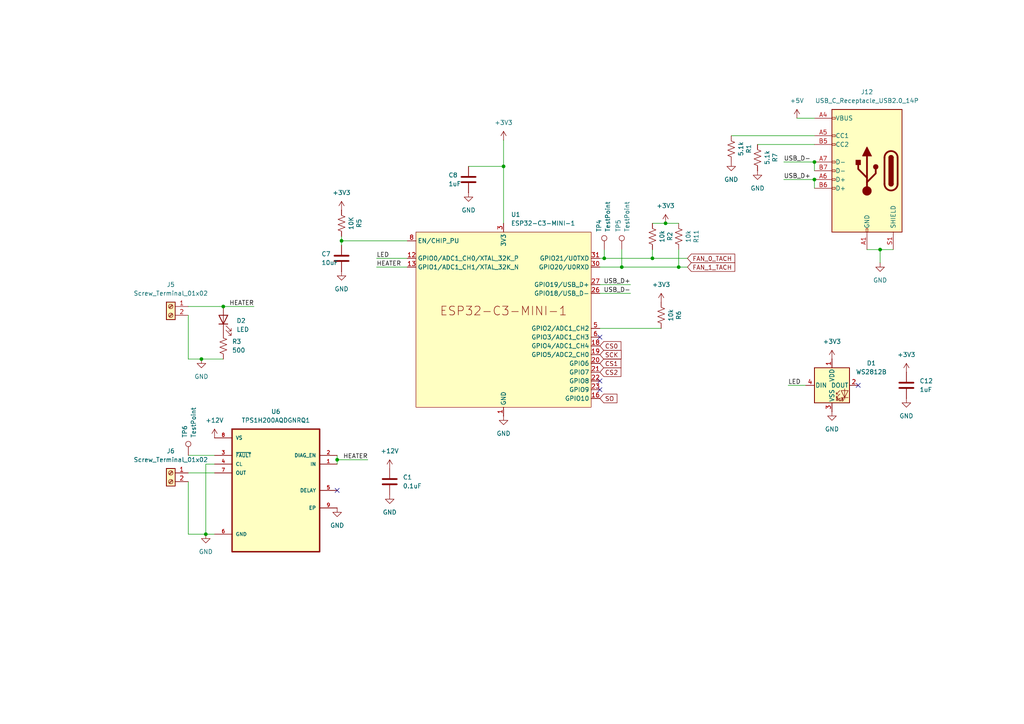
<source format=kicad_sch>
(kicad_sch (version 20250114) (generator "eeschema") (generator_version "9.0")
  (paper "A4")
  (lib_symbols
    (symbol "Connector:Screw_Terminal_01x02" (pin_names (offset 1.016) (hide yes))
      (property "Reference" "J" (at 0 2.54 0))
      (property "Value" "Screw_Terminal_01x02" (at 0 -5.08 0))
      (symbol "Screw_Terminal_01x02_1_1"
        (rectangle (start -1.27 1.27) (end 1.27 -3.81) (stroke (width 0.254)) (fill (type background)))
        (polyline (pts (xy -0.5334 0.3302) (xy 0.3302 -0.508)) (stroke (width 0.1524)))
        (polyline (pts (xy -0.5334 -2.2098) (xy 0.3302 -3.048)) (stroke (width 0.1524)))
        (polyline (pts (xy -0.3556 0.508) (xy 0.508 -0.3302)) (stroke (width 0.1524)))
        (polyline (pts (xy -0.3556 -2.032) (xy 0.508 -2.8702)) (stroke (width 0.1524)))
        (circle (center 0 0) (radius 0.635) (stroke (width 0.1524)))
        (circle (center 0 -2.54) (radius 0.635) (stroke (width 0.1524)))
        (pin passive line (at -5.08 0 0) (length 3.81) (name "Pin_1") (number "1"))
        (pin passive line (at -5.08 -2.54 0) (length 3.81) (name "Pin_2") (number "2"))
      )
    )
    (symbol "Connector:TestPoint" (pin_numbers (hide yes)) (pin_names (offset 0.762) (hide yes))
      (property "Reference" "TP" (at 0 6.858 0))
      (property "Value" "TestPoint" (at 0 5.08 0))
      (symbol "TestPoint_0_1"
        (circle (center 0 3.302) (radius 0.762))
      )
      (symbol "TestPoint_1_1"
        (pin passive line (at 0 0 90) (length 2.54) (name "1") (number "1"))
      )
    )
    (symbol "Connector:USB_C_Receptacle_USB2.0_14P" (pin_names (offset 1.016))
      (property "Reference" "J" (at 0 22.225 0))
      (property "Value" "USB_C_Receptacle_USB2.0_14P" (at 0 19.685 0))
      (symbol "USB_C_Receptacle_USB2.0_14P_0_0"
        (rectangle (start -0.254 -17.78) (end 0.254 -16.764))
        (rectangle (start 10.16 15.494) (end 9.144 14.986))
        (rectangle (start 10.16 10.414) (end 9.144 9.906))
        (rectangle (start 10.16 7.874) (end 9.144 7.366))
        (rectangle (start 10.16 2.794) (end 9.144 2.286))
        (rectangle (start 10.16 0.254) (end 9.144 -0.254))
        (rectangle (start 10.16 -2.286) (end 9.144 -2.794))
        (rectangle (start 10.16 -4.826) (end 9.144 -5.334))
      )
      (symbol "USB_C_Receptacle_USB2.0_14P_0_1"
        (rectangle (start -10.16 17.78) (end 10.16 -17.78) (stroke (width 0.254)) (fill (type background)))
        (polyline (pts (xy -8.89 -3.81) (xy -8.89 3.81)) (stroke (width 0.508)))
        (rectangle (start -7.62 -3.81) (end -6.35 3.81) (stroke (width 0.254)) (fill (type outline)))
        (arc (start -7.62 3.81) (mid -6.985 4.4423) (end -6.35 3.81) (stroke (width 0.254)))
        (arc (start -7.62 3.81) (mid -6.985 4.4423) (end -6.35 3.81) (stroke (width 0.254)) (fill (type outline)))
        (arc (start -8.89 3.81) (mid -6.985 5.7067) (end -5.08 3.81) (stroke (width 0.508)))
        (arc (start -5.08 -3.81) (mid -6.985 -5.7067) (end -8.89 -3.81) (stroke (width 0.508)))
        (arc (start -6.35 -3.81) (mid -6.985 -4.4423) (end -7.62 -3.81) (stroke (width 0.254)))
        (arc (start -6.35 -3.81) (mid -6.985 -4.4423) (end -7.62 -3.81) (stroke (width 0.254)) (fill (type outline)))
        (polyline (pts (xy -5.08 3.81) (xy -5.08 -3.81)) (stroke (width 0.508)))
        (circle (center -2.54 1.143) (radius 0.635) (stroke (width 0.254)) (fill (type outline)))
        (polyline (pts (xy -1.27 4.318) (xy 0 6.858) (xy 1.27 4.318) (xy -1.27 4.318)) (stroke (width 0.254)) (fill (type outline)))
        (polyline (pts (xy 0 -2.032) (xy 2.54 0.508) (xy 2.54 1.778)) (stroke (width 0.508)))
        (polyline (pts (xy 0 -3.302) (xy -2.54 -0.762) (xy -2.54 0.508)) (stroke (width 0.508)))
        (polyline (pts (xy 0 -5.842) (xy 0 4.318)) (stroke (width 0.508)))
        (circle (center 0 -5.842) (radius 1.27) (fill (type outline)))
        (rectangle (start 1.905 1.778) (end 3.175 3.048) (stroke (width 0.254)) (fill (type outline)))
      )
      (symbol "USB_C_Receptacle_USB2.0_14P_1_1"
        (pin passive line (at -7.62 -22.86 90) (length 5.08) (name "SHIELD") (number "S1"))
        (pin passive line (at 0 -22.86 90) (length 5.08) (name "GND") (number "A1"))
        (pin passive line (at 0 -22.86 90) (length 5.08) (hide yes) (name "GND") (number "A12"))
        (pin passive line (at 0 -22.86 90) (length 5.08) (hide yes) (name "GND") (number "B1"))
        (pin passive line (at 0 -22.86 90) (length 5.08) (hide yes) (name "GND") (number "B12"))
        (pin passive line (at 15.24 15.24 180) (length 5.08) (name "VBUS") (number "A4"))
        (pin passive line (at 15.24 15.24 180) (length 5.08) (hide yes) (name "VBUS") (number "A9"))
        (pin passive line (at 15.24 15.24 180) (length 5.08) (hide yes) (name "VBUS") (number "B4"))
        (pin passive line (at 15.24 15.24 180) (length 5.08) (hide yes) (name "VBUS") (number "B9"))
        (pin bidirectional line (at 15.24 10.16 180) (length 5.08) (name "CC1") (number "A5"))
        (pin bidirectional line (at 15.24 7.62 180) (length 5.08) (name "CC2") (number "B5"))
        (pin bidirectional line (at 15.24 2.54 180) (length 5.08) (name "D-") (number "A7"))
        (pin bidirectional line (at 15.24 0 180) (length 5.08) (name "D-") (number "B7"))
        (pin bidirectional line (at 15.24 -2.54 180) (length 5.08) (name "D+") (number "A6"))
        (pin bidirectional line (at 15.24 -5.08 180) (length 5.08) (name "D+") (number "B6"))
      )
    )
    (symbol "Device:C" (pin_numbers (hide yes)) (pin_names (offset 0.254))
      (property "Reference" "C" (at 0.635 2.54 0))
      (property "Value" "C" (at 0.635 -2.54 0))
      (symbol "C_0_1"
        (polyline (pts (xy -2.032 0.762) (xy 2.032 0.762)) (stroke (width 0.508)))
        (polyline (pts (xy -2.032 -0.762) (xy 2.032 -0.762)) (stroke (width 0.508)))
      )
      (symbol "C_1_1"
        (pin passive line (at 0 3.81 270) (length 2.794) (name "~") (number "1"))
        (pin passive line (at 0 -3.81 90) (length 2.794) (name "~") (number "2"))
      )
    )
    (symbol "Device:LED" (pin_numbers (hide yes)) (pin_names (offset 1.016) (hide yes))
      (property "Reference" "D" (at 0 2.54 0))
      (property "Value" "LED" (at 0 -2.54 0))
      (symbol "LED_0_1"
        (polyline (pts (xy -3.048 -0.762) (xy -4.572 -2.286) (xy -3.81 -2.286) (xy -4.572 -2.286) (xy -4.572 -1.524)))
        (polyline (pts (xy -1.778 -0.762) (xy -3.302 -2.286) (xy -2.54 -2.286) (xy -3.302 -2.286) (xy -3.302 -1.524)))
        (polyline (pts (xy -1.27 0) (xy 1.27 0)))
        (polyline (pts (xy -1.27 -1.27) (xy -1.27 1.27)) (stroke (width 0.254)))
        (polyline (pts (xy 1.27 -1.27) (xy 1.27 1.27) (xy -1.27 0) (xy 1.27 -1.27)) (stroke (width 0.254)))
      )
      (symbol "LED_1_1"
        (pin passive line (at -3.81 0 0) (length 2.54) (name "K") (number "1"))
        (pin passive line (at 3.81 0 180) (length 2.54) (name "A") (number "2"))
      )
    )
    (symbol "Device:R_US" (pin_numbers (hide yes)) (pin_names (offset 0))
      (property "Reference" "R" (at 2.54 0 90))
      (property "Value" "R_US" (at -2.54 0 90))
      (symbol "R_US_0_1"
        (polyline (pts (xy 0 2.286) (xy 0 2.54)))
        (polyline (pts (xy 0 2.286) (xy 1.016 1.905) (xy 0 1.524) (xy -1.016 1.143) (xy 0 0.762)))
        (polyline (pts (xy 0 0.762) (xy 1.016 0.381) (xy 0 0) (xy -1.016 -0.381) (xy 0 -0.762)))
        (polyline (pts (xy 0 -0.762) (xy 1.016 -1.143) (xy 0 -1.524) (xy -1.016 -1.905) (xy 0 -2.286)))
        (polyline (pts (xy 0 -2.286) (xy 0 -2.54)))
      )
      (symbol "R_US_1_1"
        (pin passive line (at 0 3.81 270) (length 1.27) (name "~") (number "1"))
        (pin passive line (at 0 -3.81 90) (length 1.27) (name "~") (number "2"))
      )
    )
    (symbol "LED:WS2812B" (pin_names (offset 0.254))
      (property "Reference" "D" (at 5.08 5.715 0))
      (property "Value" "WS2812B" (at 1.27 -5.715 0))
      (symbol "WS2812B_0_0"
        (text "RGB" (at 2.286 -4.191 0) (effects (font (size 0.762 0.762))))
      )
      (symbol "WS2812B_0_1"
        (polyline (pts (xy 1.27 -2.54) (xy 1.778 -2.54)))
        (polyline (pts (xy 1.27 -3.556) (xy 1.778 -3.556)))
        (polyline (pts (xy 2.286 -1.524) (xy 1.27 -2.54) (xy 1.27 -2.032)))
        (polyline (pts (xy 2.286 -2.54) (xy 1.27 -3.556) (xy 1.27 -3.048)))
        (polyline (pts (xy 3.683 -1.016) (xy 3.683 -3.556) (xy 3.683 -4.064)))
        (polyline (pts (xy 4.699 -1.524) (xy 2.667 -1.524) (xy 3.683 -3.556) (xy 4.699 -1.524)))
        (polyline (pts (xy 4.699 -3.556) (xy 2.667 -3.556)))
        (rectangle (start 5.08 5.08) (end -5.08 -5.08) (stroke (width 0.254)) (fill (type background)))
      )
      (symbol "WS2812B_1_1"
        (pin input line (at -7.62 0 0) (length 2.54) (name "DIN") (number "4"))
        (pin power_in line (at 0 7.62 270) (length 2.54) (name "VDD") (number "1"))
        (pin power_in line (at 0 -7.62 90) (length 2.54) (name "VSS") (number "3"))
        (pin output line (at 7.62 0 180) (length 2.54) (name "DOUT") (number "2"))
      )
    )
    (symbol "PCM_Espressif:ESP32-C3-MINI-1"
      (property "Reference" "U" (at -25.4 30.48 0))
      (property "Value" "ESP32-C3-MINI-1" (at -25.4 27.94 0))
      (symbol "ESP32-C3-MINI-1_0_0"
        (text "ESP32-C3-MINI-1" (at 0 2.54 0) (effects (font (size 2.54 2.54))))
      )
      (symbol "ESP32-C3-MINI-1_0_1"
        (rectangle (start -25.4 25.4) (end 25.4 -25.4) (fill (type background)))
      )
      (symbol "ESP32-C3-MINI-1_1_1"
        (pin input line (at -27.94 22.86 0) (length 2.54) (name "EN/CHIP_PU") (number "8"))
        (pin bidirectional line (at -27.94 17.78 0) (length 2.54) (name "GPIO0/ADC1_CH0/XTAL_32K_P") (number "12"))
        (pin bidirectional line (at -27.94 15.24 0) (length 2.54) (name "GPIO1/ADC1_CH1/XTAL_32K_N") (number "13"))
        (pin no_connect line (at -25.4 10.16 0) (length 2.54) (hide yes) (name "NC") (number "4"))
        (pin no_connect line (at -25.4 7.62 0) (length 2.54) (hide yes) (name "NC") (number "7"))
        (pin no_connect line (at -25.4 5.08 0) (length 2.54) (hide yes) (name "NC") (number "9"))
        (pin no_connect line (at -25.4 2.54 0) (length 2.54) (hide yes) (name "NC") (number "10"))
        (pin no_connect line (at -25.4 0 0) (length 2.54) (hide yes) (name "NC") (number "15"))
        (pin no_connect line (at -25.4 -2.54 0) (length 2.54) (hide yes) (name "NC") (number "17"))
        (pin no_connect line (at -25.4 -5.08 0) (length 2.54) (hide yes) (name "NC") (number "24"))
        (pin no_connect line (at -25.4 -7.62 0) (length 2.54) (hide yes) (name "NC") (number "25"))
        (pin no_connect line (at -25.4 -10.16 0) (length 2.54) (hide yes) (name "NC") (number "28"))
        (pin no_connect line (at -25.4 -12.7 0) (length 2.54) (hide yes) (name "NC") (number "29"))
        (pin no_connect line (at -25.4 -15.24 0) (length 2.54) (hide yes) (name "NC") (number "32"))
        (pin no_connect line (at -25.4 -17.78 0) (length 2.54) (hide yes) (name "NC") (number "33"))
        (pin no_connect line (at -25.4 -20.32 0) (length 2.54) (hide yes) (name "NC") (number "34"))
        (pin no_connect line (at -25.4 -22.86 0) (length 2.54) (hide yes) (name "NC") (number "35"))
        (pin power_in line (at 0 27.94 270) (length 2.54) (name "3V3") (number "3"))
        (pin power_in line (at 0 -27.94 90) (length 2.54) (name "GND") (number "1"))
        (pin passive line (at 0 -27.94 90) (length 2.54) (hide yes) (name "GND") (number "11"))
        (pin passive line (at 0 -27.94 90) (length 2.54) (hide yes) (name "GND") (number "14"))
        (pin passive line (at 0 -27.94 90) (length 2.54) (hide yes) (name "GND") (number "2"))
        (pin passive line (at 0 -27.94 90) (length 2.54) (hide yes) (name "GND") (number "36"))
        (pin passive line (at 0 -27.94 90) (length 2.54) (hide yes) (name "GND") (number "37"))
        (pin passive line (at 0 -27.94 90) (length 2.54) (hide yes) (name "GND") (number "38"))
        (pin passive line (at 0 -27.94 90) (length 2.54) (hide yes) (name "GND") (number "39"))
        (pin passive line (at 0 -27.94 90) (length 2.54) (hide yes) (name "GND") (number "40"))
        (pin passive line (at 0 -27.94 90) (length 2.54) (hide yes) (name "GND") (number "41"))
        (pin passive line (at 0 -27.94 90) (length 2.54) (hide yes) (name "GND") (number "42"))
        (pin passive line (at 0 -27.94 90) (length 2.54) (hide yes) (name "GND") (number "43"))
        (pin passive line (at 0 -27.94 90) (length 2.54) (hide yes) (name "GND") (number "44"))
        (pin passive line (at 0 -27.94 90) (length 2.54) (hide yes) (name "GND") (number "45"))
        (pin passive line (at 0 -27.94 90) (length 2.54) (hide yes) (name "GND") (number "46"))
        (pin passive line (at 0 -27.94 90) (length 2.54) (hide yes) (name "GND") (number "47"))
        (pin passive line (at 0 -27.94 90) (length 2.54) (hide yes) (name "GND") (number "48"))
        (pin passive line (at 0 -27.94 90) (length 2.54) (hide yes) (name "GND") (number "49"))
        (pin passive line (at 0 -27.94 90) (length 2.54) (hide yes) (name "GND") (number "50"))
        (pin passive line (at 0 -27.94 90) (length 2.54) (hide yes) (name "GND") (number "51"))
        (pin passive line (at 0 -27.94 90) (length 2.54) (hide yes) (name "GND") (number "52"))
        (pin passive line (at 0 -27.94 90) (length 2.54) (hide yes) (name "GND") (number "53"))
        (pin bidirectional line (at 27.94 17.78 180) (length 2.54) (name "GPIO21/U0TXD") (number "31"))
        (pin bidirectional line (at 27.94 15.24 180) (length 2.54) (name "GPIO20/U0RXD") (number "30"))
        (pin bidirectional line (at 27.94 10.16 180) (length 2.54) (name "GPIO19/USB_D+") (number "27"))
        (pin bidirectional line (at 27.94 7.62 180) (length 2.54) (name "GPIO18/USB_D-") (number "26"))
        (pin bidirectional line (at 27.94 -2.54 180) (length 2.54) (name "GPIO2/ADC1_CH2") (number "5"))
        (pin bidirectional line (at 27.94 -5.08 180) (length 2.54) (name "GPIO3/ADC1_CH3") (number "6"))
        (pin bidirectional line (at 27.94 -7.62 180) (length 2.54) (name "GPIO4/ADC1_CH4") (number "18"))
        (pin bidirectional line (at 27.94 -10.16 180) (length 2.54) (name "GPIO5/ADC2_CH0") (number "19"))
        (pin bidirectional line (at 27.94 -12.7 180) (length 2.54) (name "GPIO6") (number "20"))
        (pin bidirectional line (at 27.94 -15.24 180) (length 2.54) (name "GPIO7") (number "21"))
        (pin bidirectional line (at 27.94 -17.78 180) (length 2.54) (name "GPIO8") (number "22"))
        (pin bidirectional line (at 27.94 -20.32 180) (length 2.54) (name "GPIO9") (number "23"))
        (pin bidirectional line (at 27.94 -22.86 180) (length 2.54) (name "GPIO10") (number "16"))
      )
    )
    (symbol "TPS1H200A:TPS1H200AQDGNRQ1" (pin_names (offset 1.016))
      (property "Reference" "U" (at -12.7 18.78 0))
      (property "Value" "TPS1H200AQDGNRQ1" (at -12.7 -21.78 0))
      (symbol "TPS1H200AQDGNRQ1_0_0"
        (rectangle (start -12.7 -17.78) (end 12.7 17.78) (stroke (width 0.41)) (fill (type background)))
        (pin input line (at -17.78 10.16 0) (length 5.08) (name "DIAG_EN") (number "2"))
        (pin input line (at -17.78 7.62 0) (length 5.08) (name "IN") (number "1"))
        (pin bidirectional line (at -17.78 0 0) (length 5.08) (name "DELAY") (number "5"))
        (pin bidirectional line (at -17.78 -5.08 0) (length 5.08) (name "EP") (number "9"))
        (pin power_in line (at 17.78 15.24 180) (length 5.08) (name "VS") (number "8"))
        (pin output line (at 17.78 10.16 180) (length 5.08) (name "~{FAULT}") (number "3"))
        (pin output line (at 17.78 7.62 180) (length 5.08) (name "CL") (number "4"))
        (pin output line (at 17.78 5.08 180) (length 5.08) (name "OUT") (number "7"))
        (pin power_in line (at 17.78 -12.7 180) (length 5.08) (name "GND") (number "6"))
      )
    )
    (symbol "power:+12V" (power) (pin_numbers (hide yes)) (pin_names (offset 0) (hide yes))
      (property "Value" "+12V" (at 0 3.556 0))
      (symbol "+12V_0_1"
        (polyline (pts (xy -0.762 1.27) (xy 0 2.54)))
        (polyline (pts (xy 0 2.54) (xy 0.762 1.27)))
        (polyline (pts (xy 0 0) (xy 0 2.54)))
      )
      (symbol "+12V_1_1"
        (pin power_in line (at 0 0 90) (length 0) (name "~") (number "1"))
      )
    )
    (symbol "power:+3V3" (power) (pin_numbers (hide yes)) (pin_names (offset 0) (hide yes))
      (property "Value" "+3V3" (at 0 3.556 0))
      (symbol "+3V3_0_1"
        (polyline (pts (xy -0.762 1.27) (xy 0 2.54)))
        (polyline (pts (xy 0 2.54) (xy 0.762 1.27)))
        (polyline (pts (xy 0 0) (xy 0 2.54)))
      )
      (symbol "+3V3_1_1"
        (pin power_in line (at 0 0 90) (length 0) (name "~") (number "1"))
      )
    )
    (symbol "power:+5V" (power) (pin_numbers (hide yes)) (pin_names (offset 0) (hide yes))
      (property "Value" "+5V" (at 0 3.556 0))
      (symbol "+5V_0_1"
        (polyline (pts (xy -0.762 1.27) (xy 0 2.54)))
        (polyline (pts (xy 0 2.54) (xy 0.762 1.27)))
        (polyline (pts (xy 0 0) (xy 0 2.54)))
      )
      (symbol "+5V_1_1"
        (pin power_in line (at 0 0 90) (length 0) (name "~") (number "1"))
      )
    )
    (symbol "power:GND" (power) (pin_numbers (hide yes)) (pin_names (offset 0) (hide yes))
      (property "Value" "GND" (at 0 -3.81 0))
      (symbol "GND_0_1"
        (polyline (pts (xy 0 0) (xy 0 -1.27) (xy 1.27 -1.27) (xy 0 -2.54) (xy -1.27 -1.27) (xy 0 -1.27)))
      )
      (symbol "GND_1_1"
        (pin power_in line (at 0 0 270) (length 0) (name "~") (number "1"))
      )
    )
  )
  (junction (at 196.85 77.47))
  (junction (at 193.04 64.77))
  (junction (at 99.06 69.85))
  (junction (at 64.77 88.9))
  (junction (at 146.05 48.26))
  (junction (at 189.23 74.93))
  (junction (at 175.26 74.93))
  (junction (at 58.42 104.14))
  (junction (at 236.22 52.07))
  (junction (at 180.34 77.47))
  (junction (at 255.27 72.39))
  (junction (at 236.22 46.99))
  (junction (at 59.69 154.94))
  (junction (at 97.79 133.35))
  (no_connect (at 248.92 111.76))
  (no_connect (at 173.99 110.49))
  (no_connect (at 173.99 113.03))
  (no_connect (at 97.79 142.24))
  (no_connect (at 173.99 97.79))
  (wire (pts (xy 227.33 52.07) (xy 236.22 52.07)))
  (wire (pts (xy 227.33 46.99) (xy 236.22 46.99)))
  (wire (pts (xy 146.05 48.26) (xy 146.05 64.77)))
  (wire (pts (xy 62.23 134.62) (xy 59.69 134.62)))
  (wire (pts (xy 54.61 104.14) (xy 58.42 104.14)))
  (wire (pts (xy 228.6 111.76) (xy 233.68 111.76)))
  (wire (pts (xy 236.22 46.99) (xy 236.22 49.53)))
  (wire (pts (xy 180.34 77.47) (xy 196.85 77.47)))
  (wire (pts (xy 118.11 69.85) (xy 99.06 69.85)))
  (wire (pts (xy 97.79 132.08) (xy 97.79 133.35)))
  (wire (pts (xy 135.89 48.26) (xy 146.05 48.26)))
  (wire (pts (xy 196.85 77.47) (xy 199.39 77.47)))
  (wire (pts (xy 97.79 133.35) (xy 106.68 133.35)))
  (wire (pts (xy 219.71 41.91) (xy 236.22 41.91)))
  (wire (pts (xy 255.27 72.39) (xy 259.08 72.39)))
  (wire (pts (xy 255.27 76.2) (xy 255.27 72.39)))
  (wire (pts (xy 212.09 39.37) (xy 236.22 39.37)))
  (wire (pts (xy 54.61 88.9) (xy 64.77 88.9)))
  (wire (pts (xy 231.14 34.29) (xy 236.22 34.29)))
  (wire (pts (xy 54.61 137.16) (xy 62.23 137.16)))
  (wire (pts (xy 99.06 68.58) (xy 99.06 69.85)))
  (wire (pts (xy 189.23 74.93) (xy 199.39 74.93)))
  (wire (pts (xy 255.27 72.39) (xy 251.46 72.39)))
  (wire (pts (xy 58.42 104.14) (xy 64.77 104.14)))
  (wire (pts (xy 189.23 72.39) (xy 189.23 74.93)))
  (wire (pts (xy 173.99 82.55) (xy 182.88 82.55)))
  (wire (pts (xy 99.06 69.85) (xy 99.06 71.12)))
  (wire (pts (xy 59.69 154.94) (xy 62.23 154.94)))
  (wire (pts (xy 193.04 64.77) (xy 196.85 64.77)))
  (wire (pts (xy 109.22 74.93) (xy 118.11 74.93)))
  (wire (pts (xy 59.69 134.62) (xy 59.69 154.94)))
  (wire (pts (xy 109.22 77.47) (xy 118.11 77.47)))
  (wire (pts (xy 54.61 154.94) (xy 59.69 154.94)))
  (wire (pts (xy 173.99 95.25) (xy 191.77 95.25)))
  (wire (pts (xy 54.61 139.7) (xy 54.61 154.94)))
  (wire (pts (xy 180.34 72.39) (xy 180.34 77.47)))
  (wire (pts (xy 173.99 85.09) (xy 182.88 85.09)))
  (wire (pts (xy 196.85 72.39) (xy 196.85 77.47)))
  (wire (pts (xy 146.05 40.64) (xy 146.05 48.26)))
  (wire (pts (xy 189.23 64.77) (xy 193.04 64.77)))
  (wire (pts (xy 54.61 91.44) (xy 54.61 104.14)))
  (wire (pts (xy 175.26 72.39) (xy 175.26 74.93)))
  (wire (pts (xy 97.79 133.35) (xy 97.79 134.62)))
  (wire (pts (xy 236.22 52.07) (xy 236.22 54.61)))
  (wire (pts (xy 54.61 132.08) (xy 62.23 132.08)))
  (wire (pts (xy 175.26 74.93) (xy 189.23 74.93)))
  (wire (pts (xy 173.99 74.93) (xy 175.26 74.93)))
  (wire (pts (xy 173.99 77.47) (xy 180.34 77.47)))
  (wire (pts (xy 64.77 88.9) (xy 73.66 88.9)))
  (label "USB_D-" (at 227.33 46.99 0))
  (label "USB_D-" (at 182.88 85.09 180))
  (label "LED" (at 109.22 74.93 0))
  (label "LED" (at 228.6 111.76 0))
  (label "HEATER" (at 73.66 88.9 180))
  (label "USB_D+" (at 227.33 52.07 0))
  (label "HEATER" (at 106.68 133.35 180))
  (label "HEATER" (at 109.22 77.47 0))
  (label "USB_D+" (at 182.88 82.55 180))
  (global_label "SCK" (shape input) (at 173.99 102.87 0) (property "Intersheetrefs" "${INTERSHEET_REFS}" (effects (hide yes))))
  (global_label "FAN_1_TACH" (shape input) (at 199.39 77.47 0) (property "Intersheetrefs" "${INTERSHEET_REFS}" (effects (hide yes))))
  (global_label "CS1" (shape input) (at 173.99 105.41 0) (property "Intersheetrefs" "${INTERSHEET_REFS}" (effects (hide yes))))
  (global_label "SO" (shape input) (at 173.99 115.57 0) (property "Intersheetrefs" "${INTERSHEET_REFS}" (effects (hide yes))))
  (global_label "CS0" (shape input) (at 173.99 100.33 0) (property "Intersheetrefs" "${INTERSHEET_REFS}" (effects (hide yes))))
  (global_label "FAN_0_TACH" (shape input) (at 199.39 74.93 0) (property "Intersheetrefs" "${INTERSHEET_REFS}" (effects (hide yes))))
  (global_label "CS2" (shape input) (at 173.99 107.95 0) (property "Intersheetrefs" "${INTERSHEET_REFS}" (effects (hide yes))))
  (symbol (lib_id "Connector:TestPoint") (at 175.26 72.39 0) (unit 1)
    (property "Reference" "TP4" (at 173.736 67.31 90) (effects (justify left)))
    (property "Value" "TestPoint" (at 176.276 67.31 90) (effects (justify left)))
    (property "Footprint" "TestPoint:TestPoint_THTPad_2.0x2.0mm_Drill1.0mm" (effects (hide yes)))
    (property "Description" "test point" (effects (hide yes)))
  )
  (symbol (lib_id "Connector:Screw_Terminal_01x02") (at 49.53 137.16 0) (mirror y) (unit 1)
    (property "Reference" "J6" (at 49.53 130.81 0))
    (property "Value" "Screw_Terminal_01x02" (at 49.53 133.35 0))
    (property "Footprint" "TerminalBlock_4Ucon:TerminalBlock_4Ucon_1x02_P3.50mm_Horizontal" (effects (hide yes)))
    (property "Description" "Generic screw terminal, single row, 01x02, script generated (kicad-library-utils/schlib/autogen/connector/)" (effects (hide yes)))
  )
  (symbol (lib_id "Device:R_US") (at 196.85 68.58 180) (unit 1)
    (property "Reference" "R11" (at 201.93 68.58 90))
    (property "Value" "10k" (at 199.644 68.58 90))
    (property "Footprint" "Resistor_SMD:R_0805_2012Metric" (effects (hide yes)))
    (property "Description" "Resistor, US symbol" (effects (hide yes)))
  )
  (symbol (lib_id "Device:R_US") (at 219.71 45.72 180) (unit 1)
    (property "Reference" "R7" (at 224.79 45.72 90))
    (property "Value" "5.1k" (at 222.504 45.72 90))
    (property "Footprint" "Resistor_SMD:R_0805_2012Metric" (effects (hide yes)))
    (property "Description" "Resistor, US symbol" (effects (hide yes)))
  )
  (symbol (lib_id "Device:C") (at 99.06 74.93 0) (unit 1)
    (property "Reference" "C7" (at 93.218 73.66 0) (effects (justify left)))
    (property "Value" "10uF" (at 93.218 76.2 0) (effects (justify left)))
    (property "Footprint" "Capacitor_SMD:C_0805_2012Metric" (effects (hide yes)))
    (property "Description" "Unpolarized capacitor" (effects (hide yes)))
  )
  (symbol (lib_id "power:GND") (at 212.09 46.99 0) (unit 1)
    (property "Reference" "#PWR04" (effects (hide yes)))
    (property "Value" "GND" (at 212.09 52.07 0))
    (property "Description" "Power symbol creates a global label with name \"GND\" , ground" (effects (hide yes)))
  )
  (symbol (lib_id "Device:R_US") (at 64.77 100.33 0) (unit 1)
    (property "Reference" "R3" (at 67.31 99.0599 0) (effects (justify left)))
    (property "Value" "500" (at 67.31 101.5999 0) (effects (justify left)))
    (property "Footprint" "Resistor_SMD:R_0805_2012Metric" (effects (hide yes)))
    (property "Description" "Resistor, US symbol" (effects (hide yes)))
  )
  (symbol (lib_id "power:+3V3") (at 146.05 40.64 0) (unit 1)
    (property "Reference" "#PWR02" (effects (hide yes)))
    (property "Value" "+3V3" (at 146.05 35.56 0))
    (property "Description" "Power symbol creates a global label with name \"+3V3\"" (effects (hide yes)))
  )
  (symbol (lib_id "Connector:USB_C_Receptacle_USB2.0_14P") (at 251.46 49.53 0) (mirror y) (unit 1)
    (property "Reference" "J12" (at 251.46 26.67 0))
    (property "Value" "USB_C_Receptacle_USB2.0_14P" (at 251.46 29.21 0))
    (property "Footprint" "Connector_USB:USB_C_Receptacle_GCT_USB4105-xx-A_16P_TopMnt_Horizontal" (effects (hide yes)))
    (property "Datasheet" "https://www.usb.org/sites/default/files/documents/usb_type-c.zip" (effects (hide yes)))
    (property "Description" "USB 2.0-only 14P Type-C Receptacle connector" (effects (hide yes)))
  )
  (symbol (lib_id "power:GND") (at 113.03 143.51 0) (unit 1)
    (property "Reference" "#PWR055" (effects (hide yes)))
    (property "Value" "GND" (at 113.03 148.59 0))
    (property "Description" "Power symbol creates a global label with name \"GND\" , ground" (effects (hide yes)))
  )
  (symbol (lib_id "power:+12V") (at 113.03 135.89 0) (mirror y) (unit 1)
    (property "Reference" "#PWR054" (effects (hide yes)))
    (property "Value" "+12V" (at 113.03 130.81 0))
    (property "Description" "Power symbol creates a global label with name \"+12V\"" (effects (hide yes)))
  )
  (symbol (lib_id "Device:R_US") (at 189.23 68.58 180) (unit 1)
    (property "Reference" "R2" (at 194.31 68.58 90))
    (property "Value" "10k" (at 192.024 68.58 90))
    (property "Footprint" "Resistor_SMD:R_0805_2012Metric" (effects (hide yes)))
    (property "Description" "Resistor, US symbol" (effects (hide yes)))
  )
  (symbol (lib_id "Device:R_US") (at 212.09 43.18 180) (unit 1)
    (property "Reference" "R1" (at 217.17 43.18 90))
    (property "Value" "5.1k" (at 214.884 43.18 90))
    (property "Footprint" "Resistor_SMD:R_0805_2012Metric" (effects (hide yes)))
    (property "Description" "Resistor, US symbol" (effects (hide yes)))
  )
  (symbol (lib_id "power:+3V3") (at 191.77 87.63 0) (unit 1)
    (property "Reference" "#PWR036" (effects (hide yes)))
    (property "Value" "+3V3" (at 191.77 82.55 0))
    (property "Description" "Power symbol creates a global label with name \"+3V3\"" (effects (hide yes)))
  )
  (symbol (lib_id "power:GND") (at 219.71 49.53 0) (unit 1)
    (property "Reference" "#PWR037" (effects (hide yes)))
    (property "Value" "GND" (at 219.71 54.61 0))
    (property "Description" "Power symbol creates a global label with name \"GND\" , ground" (effects (hide yes)))
  )
  (symbol (lib_id "PCM_Espressif:ESP32-C3-MINI-1") (at 146.05 92.71 0) (unit 1)
    (property "Reference" "U1" (at 148.1933 62.23 0) (effects (justify left)))
    (property "Value" "ESP32-C3-MINI-1" (at 148.1933 64.77 0) (effects (justify left)))
    (property "Footprint" "PCM_Espressif:ESP32-C3-MINI-1" (effects (hide yes)))
    (property "Datasheet" "https://www.espressif.com/sites/default/files/documentation/esp32-c3-mini-1_datasheet_en.pdf" (effects (hide yes)))
    (property "Description" "ESP32-C3-MINI-1 family is an ultra-low-power MCU-based SoC solution that supports 2.4 GHz Wi-Fi and Bluetooth®Low Energy (Bluetooth LE)." (effects (hide yes)))
  )
  (symbol (lib_id "power:+3V3") (at 241.3 104.14 0) (unit 1)
    (property "Reference" "#PWR023" (effects (hide yes)))
    (property "Value" "+3V3" (at 241.3 99.06 0))
    (property "Description" "Power symbol creates a global label with name \"+3V3\"" (effects (hide yes)))
  )
  (symbol (lib_id "Device:LED") (at 64.77 92.71 90) (unit 1)
    (property "Reference" "D2" (at 68.58 93.0274 90) (effects (justify right)))
    (property "Value" "LED" (at 68.58 95.5674 90) (effects (justify right)))
    (property "Footprint" "LED_SMD:LED_0805_2012Metric" (effects (hide yes)))
    (property "Description" "Light emitting diode" (effects (hide yes)))
    (property "Sim.Pins" "1=K 2=A" (effects (hide yes)))
  )
  (symbol (lib_id "Connector:Screw_Terminal_01x02") (at 49.53 88.9 0) (mirror y) (unit 1)
    (property "Reference" "J5" (at 49.53 82.55 0))
    (property "Value" "Screw_Terminal_01x02" (at 49.53 85.09 0))
    (property "Footprint" "TerminalBlock_4Ucon:TerminalBlock_4Ucon_1x02_P3.50mm_Horizontal" (effects (hide yes)))
    (property "Description" "Generic screw terminal, single row, 01x02, script generated (kicad-library-utils/schlib/autogen/connector/)" (effects (hide yes)))
  )
  (symbol (lib_id "power:GND") (at 97.79 147.32 0) (mirror y) (unit 1)
    (property "Reference" "#PWR051" (effects (hide yes)))
    (property "Value" "GND" (at 97.79 152.4 0))
    (property "Description" "Power symbol creates a global label with name \"GND\" , ground" (effects (hide yes)))
  )
  (symbol (lib_id "Device:C") (at 113.03 139.7 0) (unit 1)
    (property "Reference" "C1" (at 116.84 138.4299 0) (effects (justify left)))
    (property "Value" "0.1uF" (at 116.84 140.9699 0) (effects (justify left)))
    (property "Footprint" "Capacitor_SMD:C_0805_2012Metric" (effects (hide yes)))
    (property "Description" "Unpolarized capacitor" (effects (hide yes)))
  )
  (symbol (lib_id "power:GND") (at 255.27 76.2 0) (unit 1)
    (property "Reference" "#PWR03" (effects (hide yes)))
    (property "Value" "GND" (at 255.27 81.28 0))
    (property "Description" "Power symbol creates a global label with name \"GND\" , ground" (effects (hide yes)))
  )
  (symbol (lib_id "power:GND") (at 58.42 104.14 0) (unit 1)
    (property "Reference" "#PWR024" (effects (hide yes)))
    (property "Value" "GND" (at 58.42 109.22 0))
    (property "Description" "Power symbol creates a global label with name \"GND\" , ground" (effects (hide yes)))
  )
  (symbol (lib_id "Device:R_US") (at 99.06 64.77 180) (unit 1)
    (property "Reference" "R5" (at 104.14 64.77 90))
    (property "Value" "10K" (at 101.854 64.77 90))
    (property "Footprint" "Resistor_SMD:R_0805_2012Metric" (effects (hide yes)))
    (property "Description" "Resistor, US symbol" (effects (hide yes)))
  )
  (symbol (lib_id "power:+12V") (at 62.23 127 0) (mirror y) (unit 1)
    (property "Reference" "#PWR038" (effects (hide yes)))
    (property "Value" "+12V" (at 62.23 121.92 0))
    (property "Description" "Power symbol creates a global label with name \"+12V\"" (effects (hide yes)))
  )
  (symbol (lib_id "power:+3V3") (at 193.04 64.77 0) (unit 1)
    (property "Reference" "#PWR07" (effects (hide yes)))
    (property "Value" "+3V3" (at 193.04 59.69 0))
    (property "Description" "Power symbol creates a global label with name \"+3V3\"" (effects (hide yes)))
  )
  (symbol (lib_id "Device:R_US") (at 191.77 91.44 180) (unit 1)
    (property "Reference" "R6" (at 196.85 91.44 90))
    (property "Value" "10k" (at 194.564 91.44 90))
    (property "Footprint" "Resistor_SMD:R_0805_2012Metric" (effects (hide yes)))
    (property "Description" "Resistor, US symbol" (effects (hide yes)))
  )
  (symbol (lib_id "power:GND") (at 262.89 115.57 0) (unit 1)
    (property "Reference" "#PWR053" (effects (hide yes)))
    (property "Value" "GND" (at 262.89 120.65 0))
    (property "Description" "Power symbol creates a global label with name \"GND\" , ground" (effects (hide yes)))
  )
  (symbol (lib_id "power:GND") (at 146.05 120.65 0) (unit 1)
    (property "Reference" "#PWR01" (effects (hide yes)))
    (property "Value" "GND" (at 146.05 125.73 0))
    (property "Description" "Power symbol creates a global label with name \"GND\" , ground" (effects (hide yes)))
  )
  (symbol (lib_id "power:GND") (at 59.69 154.94 0) (mirror y) (unit 1)
    (property "Reference" "#PWR039" (effects (hide yes)))
    (property "Value" "GND" (at 59.69 160.02 0))
    (property "Description" "Power symbol creates a global label with name \"GND\" , ground" (effects (hide yes)))
  )
  (symbol (lib_id "power:GND") (at 99.06 78.74 0) (unit 1)
    (property "Reference" "#PWR034" (effects (hide yes)))
    (property "Value" "GND" (at 99.06 83.82 0))
    (property "Description" "Power symbol creates a global label with name \"GND\" , ground" (effects (hide yes)))
  )
  (symbol (lib_id "Device:C") (at 135.89 52.07 0) (unit 1)
    (property "Reference" "C8" (at 130.048 50.8 0) (effects (justify left)))
    (property "Value" "1uF" (at 130.048 53.34 0) (effects (justify left)))
    (property "Footprint" "Capacitor_SMD:C_0805_2012Metric" (effects (hide yes)))
    (property "Description" "Unpolarized capacitor" (effects (hide yes)))
  )
  (symbol (lib_id "power:GND") (at 135.89 55.88 0) (unit 1)
    (property "Reference" "#PWR035" (effects (hide yes)))
    (property "Value" "GND" (at 135.89 60.96 0))
    (property "Description" "Power symbol creates a global label with name \"GND\" , ground" (effects (hide yes)))
  )
  (symbol (lib_id "Connector:TestPoint") (at 180.34 72.39 0) (unit 1)
    (property "Reference" "TP5" (at 179.324 67.31 90) (effects (justify left)))
    (property "Value" "TestPoint" (at 181.864 67.31 90) (effects (justify left)))
    (property "Footprint" "TestPoint:TestPoint_THTPad_2.0x2.0mm_Drill1.0mm" (effects (hide yes)))
    (property "Description" "test point" (effects (hide yes)))
  )
  (symbol (lib_id "power:+5V") (at 231.14 34.29 0) (unit 1)
    (property "Reference" "#PWR021" (effects (hide yes)))
    (property "Value" "+5V" (at 231.14 29.21 0))
    (property "Description" "Power symbol creates a global label with name \"+5V\"" (effects (hide yes)))
  )
  (symbol (lib_id "TPS1H200A:TPS1H200AQDGNRQ1") (at 80.01 142.24 0) (mirror y) (unit 1)
    (property "Reference" "U6" (at 80.01 119.38 0))
    (property "Value" "TPS1H200AQDGNRQ1" (at 80.01 121.92 0))
    (property "Footprint" "TPS1H200:SOP65P490X110-9N" (effects (hide yes)))
    (property "SNAPEDA_LINK" "https://www.snapeda.com/parts/TPS1H200AQDGNRQ1/Texas+Instruments/view-part/?ref=snap" (effects (hide yes)))
    (property "CHECK_PRICES" "https://www.snapeda.com/parts/TPS1H200AQDGNRQ1/Texas+Instruments/view-part/?ref=eda" (effects (hide yes)))
    (property "PURCHASE-URL" "https://www.snapeda.com/api/url_track_click_mouser/?unipart_id=3210362&manufacturer=Texas Instruments&part_name=TPS1H200AQDGNRQ1&search_term=tps1h200aqdgnrq1" (effects (hide yes)))
    (property "PACKAGE" "HVSSOP-8 Texas Instruments" (effects (hide yes)))
    (property "PRICE" "None" (effects (hide yes)))
    (property "Package" "HVSSOP-8 Texas Instruments" (effects (hide yes)))
    (property "Check_prices" "https://www.snapeda.com/parts/TPS1H200AQDGNRQ1/Texas+Instruments/view-part/?ref=eda" (effects (hide yes)))
    (property "SnapEDA_Link" "https://www.snapeda.com/parts/TPS1H200AQDGNRQ1/Texas+Instruments/view-part/?ref=snap" (effects (hide yes)))
    (property "Price" "None" (effects (hide yes)))
    (property "MF" "Texas Instruments" (effects (hide yes)))
    (property "MP" "TPS1H200AQDGNRQ1" (effects (hide yes)))
    (property "Description_1" "40-V, 200-mΩ, 1-ch automotive smart high-side switch with adjustable current limit" (effects (hide yes)))
    (property "Availability" "In Stock" (effects (hide yes)))
    (property "AVAILABILITY" "In Stock" (effects (hide yes)))
    (property "DESCRIPTION" "40-V, 200-mΩ, 1-ch automotive smart high-side switch with adjustable current limit" (effects (hide yes)))
  )
  (symbol (lib_id "Connector:TestPoint") (at 54.61 132.08 0) (unit 1)
    (property "Reference" "TP6" (at 53.594 127 90) (effects (justify left)))
    (property "Value" "TestPoint" (at 56.134 127 90) (effects (justify left)))
    (property "Footprint" "TestPoint:TestPoint_THTPad_2.0x2.0mm_Drill1.0mm" (effects (hide yes)))
    (property "Description" "test point" (effects (hide yes)))
  )
  (symbol (lib_id "power:+3V3") (at 262.89 107.95 0) (unit 1)
    (property "Reference" "#PWR052" (effects (hide yes)))
    (property "Value" "+3V3" (at 262.89 102.87 0))
    (property "Description" "Power symbol creates a global label with name \"+3V3\"" (effects (hide yes)))
  )
  (symbol (lib_id "Device:C") (at 262.89 111.76 0) (unit 1)
    (property "Reference" "C12" (at 266.7 110.4899 0) (effects (justify left)))
    (property "Value" "1uF" (at 266.7 113.0299 0) (effects (justify left)))
    (property "Footprint" "Capacitor_SMD:C_0805_2012Metric" (effects (hide yes)))
    (property "Description" "Unpolarized capacitor" (effects (hide yes)))
  )
  (symbol (lib_id "power:GND") (at 241.3 119.38 0) (unit 1)
    (property "Reference" "#PWR022" (effects (hide yes)))
    (property "Value" "GND" (at 241.3 124.46 0))
    (property "Description" "Power symbol creates a global label with name \"GND\" , ground" (effects (hide yes)))
  )
  (symbol (lib_id "LED:WS2812B") (at 241.3 111.76 0) (unit 1)
    (property "Reference" "D1" (at 252.73 105.3398 0))
    (property "Value" "WS2812B" (at 252.73 107.8798 0))
    (property "Footprint" "LED_SMD:LED_WS2812B_PLCC4_5.0x5.0mm_P3.2mm" (effects (hide yes)))
    (property "Datasheet" "https://cdn-shop.adafruit.com/datasheets/WS2812B.pdf" (effects (hide yes)))
    (property "Description" "RGB LED with integrated controller" (effects (hide yes)))
  )
  (symbol (lib_id "power:+3V3") (at 99.06 60.96 0) (unit 1)
    (property "Reference" "#PWR033" (effects (hide yes)))
    (property "Value" "+3V3" (at 99.06 55.88 0))
    (property "Description" "Power symbol creates a global label with name \"+3V3\"" (effects (hide yes)))
  )
)
</source>
